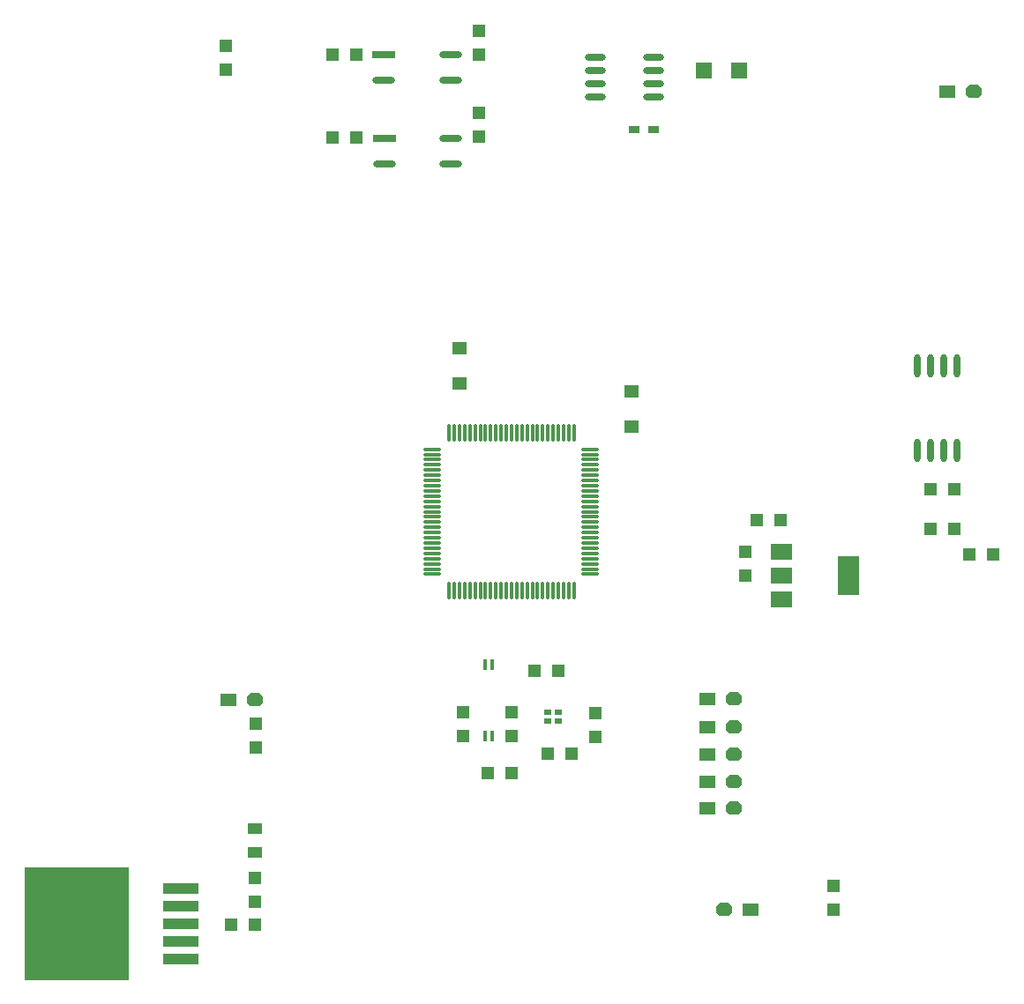
<source format=gtp>
G04*
G04 #@! TF.GenerationSoftware,Altium Limited,Altium Designer,19.0.4 (130)*
G04*
G04 Layer_Color=8421504*
%FSLAX25Y25*%
%MOIN*%
G70*
G01*
G75*
G04:AMPARAMS|DCode=21|XSize=60mil|YSize=50mil|CornerRadius=0mil|HoleSize=0mil|Usage=FLASHONLY|Rotation=0.000|XOffset=0mil|YOffset=0mil|HoleType=Round|Shape=Octagon|*
%AMOCTAGOND21*
4,1,8,0.03000,-0.01250,0.03000,0.01250,0.01750,0.02500,-0.01750,0.02500,-0.03000,0.01250,-0.03000,-0.01250,-0.01750,-0.02500,0.01750,-0.02500,0.03000,-0.01250,0.0*
%
%ADD21OCTAGOND21*%

%ADD22R,0.06000X0.05000*%
%ADD23R,0.05000X0.05000*%
%ADD24R,0.05000X0.05000*%
%ADD25R,0.05500X0.04000*%
%ADD26O,0.02400X0.08800*%
%ADD27R,0.06000X0.06299*%
%ADD28O,0.08661X0.02756*%
%ADD29R,0.08661X0.02756*%
%ADD30R,0.04000X0.03000*%
%ADD31R,0.05512X0.04724*%
%ADD32R,0.01181X0.03937*%
%ADD33O,0.07087X0.01181*%
%ADD34O,0.01181X0.07087*%
%ADD35R,0.02953X0.02362*%
%ADD36R,0.13780X0.03937*%
%ADD37R,0.39370X0.42520*%
%ADD38R,0.07900X0.05900*%
%ADD39R,0.07900X0.15000*%
%ADD40O,0.08000X0.02400*%
D21*
X280800Y84800D02*
D03*
X281006Y94700D02*
D03*
Y105098D02*
D03*
Y115496D02*
D03*
Y125894D02*
D03*
X277201Y46301D02*
D03*
X371599Y355801D02*
D03*
X99850Y125600D02*
D03*
D22*
X270800Y84800D02*
D03*
X271006Y94700D02*
D03*
Y105098D02*
D03*
Y115496D02*
D03*
Y125894D02*
D03*
X287201Y46301D02*
D03*
X361599Y355801D02*
D03*
X89850Y125600D02*
D03*
D23*
X99801Y40801D02*
D03*
X90800Y40800D02*
D03*
X129302Y338300D02*
D03*
X138303Y338301D02*
D03*
X129202Y369747D02*
D03*
X138203Y369748D02*
D03*
X364301Y205301D02*
D03*
X355300Y205300D02*
D03*
X364301Y190501D02*
D03*
X355300Y190500D02*
D03*
X378900Y180800D02*
D03*
X369899Y180799D02*
D03*
X289500Y193700D02*
D03*
X298501Y193701D02*
D03*
X210400Y105500D02*
D03*
X219401Y105501D02*
D03*
X214600Y136800D02*
D03*
X205599Y136799D02*
D03*
X196900Y98000D02*
D03*
X187899Y97999D02*
D03*
D24*
X99899Y58401D02*
D03*
X99900Y49400D02*
D03*
X184398Y347601D02*
D03*
X184398Y338600D02*
D03*
X184399Y378848D02*
D03*
X184400Y369848D02*
D03*
X88800Y373100D02*
D03*
X88801Y364099D02*
D03*
X100099Y116844D02*
D03*
X100100Y107844D02*
D03*
X285299Y181701D02*
D03*
X285300Y172700D02*
D03*
X318399Y55401D02*
D03*
X318400Y46400D02*
D03*
X178600Y111900D02*
D03*
X178599Y120901D02*
D03*
X228500Y120800D02*
D03*
X228501Y111799D02*
D03*
X197000Y111900D02*
D03*
X196999Y120901D02*
D03*
D25*
X99950Y77000D02*
D03*
Y68000D02*
D03*
D26*
X365300Y251900D02*
D03*
X360300D02*
D03*
X355300D02*
D03*
X350300D02*
D03*
Y219900D02*
D03*
X355300D02*
D03*
X360300D02*
D03*
X365300D02*
D03*
D27*
X282950Y363600D02*
D03*
X269449Y363599D02*
D03*
D28*
X173798Y359979D02*
D03*
Y369821D02*
D03*
X148602Y359979D02*
D03*
X173998Y328279D02*
D03*
Y338121D02*
D03*
X148802Y328279D02*
D03*
D29*
X148602Y369821D02*
D03*
X148802Y338121D02*
D03*
D30*
X243200Y341200D02*
D03*
X250500D02*
D03*
D31*
X242100Y229000D02*
D03*
Y242386D02*
D03*
X177200Y258593D02*
D03*
Y245207D02*
D03*
D32*
X189381Y138886D02*
D03*
X187019D02*
D03*
X189381Y111918D02*
D03*
X187018D02*
D03*
D33*
X167027Y173228D02*
D03*
Y175197D02*
D03*
Y177165D02*
D03*
Y179134D02*
D03*
Y181102D02*
D03*
Y183071D02*
D03*
Y185039D02*
D03*
Y187008D02*
D03*
Y188976D02*
D03*
Y190945D02*
D03*
Y192913D02*
D03*
Y194882D02*
D03*
Y196850D02*
D03*
Y198819D02*
D03*
Y200787D02*
D03*
Y202756D02*
D03*
Y204724D02*
D03*
Y206693D02*
D03*
Y208661D02*
D03*
Y210630D02*
D03*
Y212598D02*
D03*
Y214567D02*
D03*
Y216535D02*
D03*
Y218504D02*
D03*
Y220472D02*
D03*
X226675D02*
D03*
Y218504D02*
D03*
Y216535D02*
D03*
Y214567D02*
D03*
Y212598D02*
D03*
Y210630D02*
D03*
Y208661D02*
D03*
Y206693D02*
D03*
Y204724D02*
D03*
Y202756D02*
D03*
Y200787D02*
D03*
Y198819D02*
D03*
Y196850D02*
D03*
Y194882D02*
D03*
Y192913D02*
D03*
Y190945D02*
D03*
Y188976D02*
D03*
Y187008D02*
D03*
Y185039D02*
D03*
Y183071D02*
D03*
Y181102D02*
D03*
Y179134D02*
D03*
Y177165D02*
D03*
Y175197D02*
D03*
Y173228D02*
D03*
D34*
X173229Y226675D02*
D03*
X175198D02*
D03*
X177166D02*
D03*
X179135D02*
D03*
X181103D02*
D03*
X183071D02*
D03*
X185040D02*
D03*
X187009D02*
D03*
X188977D02*
D03*
X190945D02*
D03*
X192914D02*
D03*
X194883D02*
D03*
X196851D02*
D03*
X198819D02*
D03*
X200788D02*
D03*
X202757D02*
D03*
X204725D02*
D03*
X206694D02*
D03*
X208662D02*
D03*
X210631D02*
D03*
X212599D02*
D03*
X214568D02*
D03*
X216536D02*
D03*
X218505D02*
D03*
X220473D02*
D03*
Y167026D02*
D03*
X218505D02*
D03*
X216536D02*
D03*
X214568D02*
D03*
X212599D02*
D03*
X210631D02*
D03*
X208662D02*
D03*
X206694D02*
D03*
X204725D02*
D03*
X202757D02*
D03*
X200788D02*
D03*
X198819D02*
D03*
X196851D02*
D03*
X194883D02*
D03*
X192914D02*
D03*
X190945D02*
D03*
X188977D02*
D03*
X187009D02*
D03*
X185040D02*
D03*
X183071D02*
D03*
X181103D02*
D03*
X179135D02*
D03*
X177166D02*
D03*
X175198D02*
D03*
X173229D02*
D03*
D35*
X210434Y117850D02*
D03*
X214568D02*
D03*
Y121000D02*
D03*
X210434D02*
D03*
D36*
X71806Y54386D02*
D03*
Y34307D02*
D03*
Y47693D02*
D03*
Y27614D02*
D03*
Y41000D02*
D03*
D37*
X32436D02*
D03*
D38*
X298900Y163645D02*
D03*
Y181755D02*
D03*
Y172700D02*
D03*
D39*
X324254Y172767D02*
D03*
D40*
X228500Y368700D02*
D03*
Y363700D02*
D03*
Y358700D02*
D03*
Y353700D02*
D03*
X250500D02*
D03*
Y358700D02*
D03*
Y363700D02*
D03*
Y368700D02*
D03*
M02*

</source>
